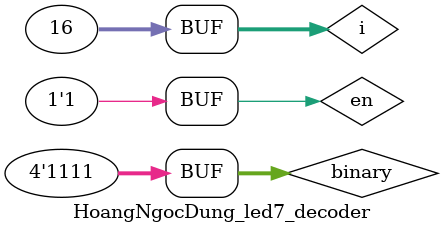
<source format=v>
module HoangNgocDung_led7_decoder();

    reg en;
    reg [3:0] binary;

    wire [6:0] out_7seg;

    led7_decoder UUT(
        .i_en(en),
        .i_binary(binary),
        .o_7seg(out_7seg)
    );

   
    integer i;

    initial begin
        binary = 4'h7;
        en = 0;
        #10 en = 1;
        for (i = 0; i < 16; i = i + 1) begin
            #20 binary = i;
        end
    end
endmodule

</source>
